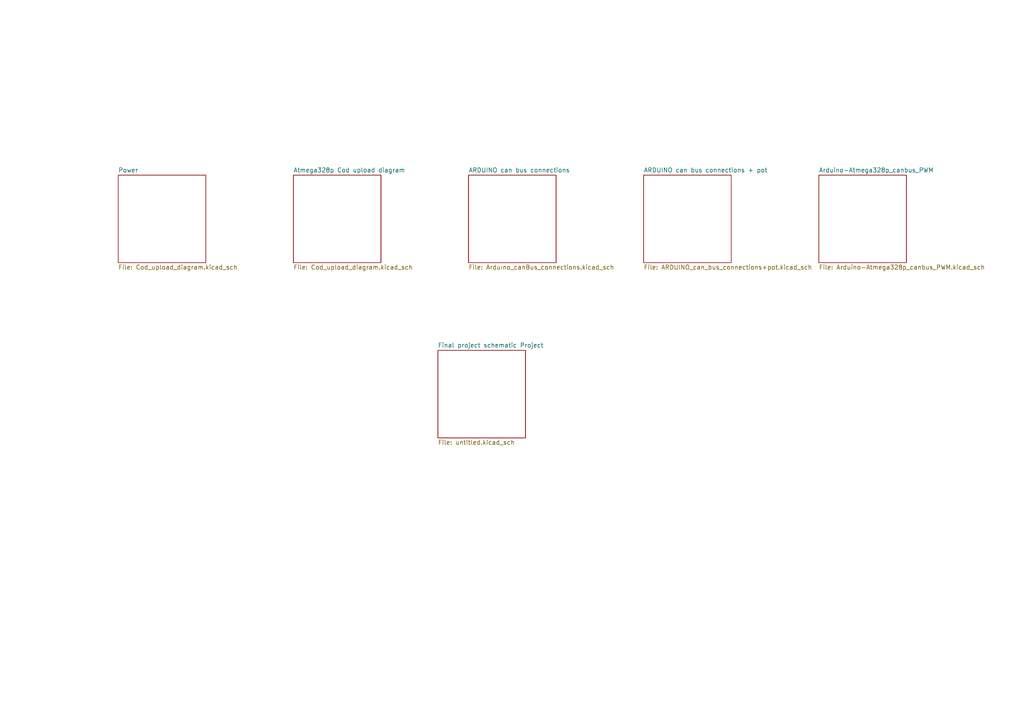
<source format=kicad_sch>
(kicad_sch
	(version 20231120)
	(generator "eeschema")
	(generator_version "8.0")
	(uuid "b6a0983f-95d5-483f-bc08-eaa62433a5b4")
	(paper "A4")
	(title_block
		(title "All connections")
		(date "2024-07-21")
		(company "Emre Tuncer")
	)
	(lib_symbols)
	(sheet
		(at 34.29 50.8)
		(size 25.4 25.4)
		(fields_autoplaced yes)
		(stroke
			(width 0.1524)
			(type solid)
		)
		(fill
			(color 0 0 0 0.0000)
		)
		(uuid "1e5617e2-9896-43db-8a9a-10851a252b52")
		(property "Sheetname" "Power "
			(at 34.29 50.0884 0)
			(effects
				(font
					(size 1.27 1.27)
				)
				(justify left bottom)
			)
		)
		(property "Sheetfile" "Cod_upload_diagram.kicad_sch"
			(at 34.29 76.7846 0)
			(effects
				(font
					(size 1.27 1.27)
				)
				(justify left top)
			)
		)
		(instances
			(project "Embedded project"
				(path "/b6a0983f-95d5-483f-bc08-eaa62433a5b4"
					(page "7")
				)
			)
		)
	)
	(sheet
		(at 85.09 50.8)
		(size 25.4 25.4)
		(fields_autoplaced yes)
		(stroke
			(width 0.1524)
			(type solid)
		)
		(fill
			(color 0 0 0 0.0000)
		)
		(uuid "40fe5ec9-b6ed-4883-bd0a-a8def5822d48")
		(property "Sheetname" "Atmega328p Cod upload diagram "
			(at 85.09 50.0884 0)
			(effects
				(font
					(size 1.27 1.27)
				)
				(justify left bottom)
			)
		)
		(property "Sheetfile" "Cod_upload_diagram.kicad_sch"
			(at 85.09 76.7846 0)
			(effects
				(font
					(size 1.27 1.27)
				)
				(justify left top)
			)
		)
		(instances
			(project "Embedded project"
				(path "/b6a0983f-95d5-483f-bc08-eaa62433a5b4"
					(page "2")
				)
			)
		)
	)
	(sheet
		(at 186.69 50.8)
		(size 25.4 25.4)
		(fields_autoplaced yes)
		(stroke
			(width 0.1524)
			(type solid)
		)
		(fill
			(color 0 0 0 0.0000)
		)
		(uuid "8c990053-5be2-4c12-9d8e-e94a805bc008")
		(property "Sheetname" "ARDUINO can bus connections + pot"
			(at 186.69 50.0884 0)
			(effects
				(font
					(size 1.27 1.27)
				)
				(justify left bottom)
			)
		)
		(property "Sheetfile" "ARDUINO_can_bus_connections+pot.kicad_sch"
			(at 186.69 76.7846 0)
			(effects
				(font
					(size 1.27 1.27)
				)
				(justify left top)
			)
		)
		(instances
			(project "Embedded project"
				(path "/b6a0983f-95d5-483f-bc08-eaa62433a5b4"
					(page "4")
				)
			)
		)
	)
	(sheet
		(at 135.89 50.8)
		(size 25.4 25.4)
		(fields_autoplaced yes)
		(stroke
			(width 0.1524)
			(type solid)
		)
		(fill
			(color 0 0 0 0.0000)
		)
		(uuid "c243d8c8-f259-48ba-b64e-15dbf8dac7fd")
		(property "Sheetname" "ARDUINO can bus connections"
			(at 135.89 50.0884 0)
			(effects
				(font
					(size 1.27 1.27)
				)
				(justify left bottom)
			)
		)
		(property "Sheetfile" "Arduıno_canBus_connections.kicad_sch"
			(at 135.89 76.7846 0)
			(effects
				(font
					(size 1.27 1.27)
				)
				(justify left top)
			)
		)
		(instances
			(project "Embedded project"
				(path "/b6a0983f-95d5-483f-bc08-eaa62433a5b4"
					(page "3")
				)
			)
		)
	)
	(sheet
		(at 237.49 50.8)
		(size 25.4 25.4)
		(fields_autoplaced yes)
		(stroke
			(width 0.1524)
			(type solid)
		)
		(fill
			(color 0 0 0 0.0000)
		)
		(uuid "c704a7ea-10a8-4d01-82d8-addec7503e9d")
		(property "Sheetname" "Arduino-Atmega328p_canbus_PWM"
			(at 237.49 50.0884 0)
			(effects
				(font
					(size 1.27 1.27)
				)
				(justify left bottom)
			)
		)
		(property "Sheetfile" "Arduino-Atmega328p_canbus_PWM.kicad_sch"
			(at 237.49 76.7846 0)
			(effects
				(font
					(size 1.27 1.27)
				)
				(justify left top)
			)
		)
		(instances
			(project "Embedded project"
				(path "/b6a0983f-95d5-483f-bc08-eaa62433a5b4"
					(page "5")
				)
			)
		)
	)
	(sheet
		(at 127 101.6)
		(size 25.4 25.4)
		(fields_autoplaced yes)
		(stroke
			(width 0.1524)
			(type solid)
		)
		(fill
			(color 0 0 0 0.0000)
		)
		(uuid "d5862972-60f7-48d7-8572-ed5e925d844e")
		(property "Sheetname" "Final project schematic Project"
			(at 127 100.8884 0)
			(effects
				(font
					(size 1.27 1.27)
				)
				(justify left bottom)
			)
		)
		(property "Sheetfile" "untitled.kicad_sch"
			(at 127 127.5846 0)
			(effects
				(font
					(size 1.27 1.27)
				)
				(justify left top)
			)
		)
		(instances
			(project "Embedded project"
				(path "/b6a0983f-95d5-483f-bc08-eaa62433a5b4"
					(page "6")
				)
			)
		)
	)
	(sheet_instances
		(path "/"
			(page "1")
		)
	)
)
</source>
